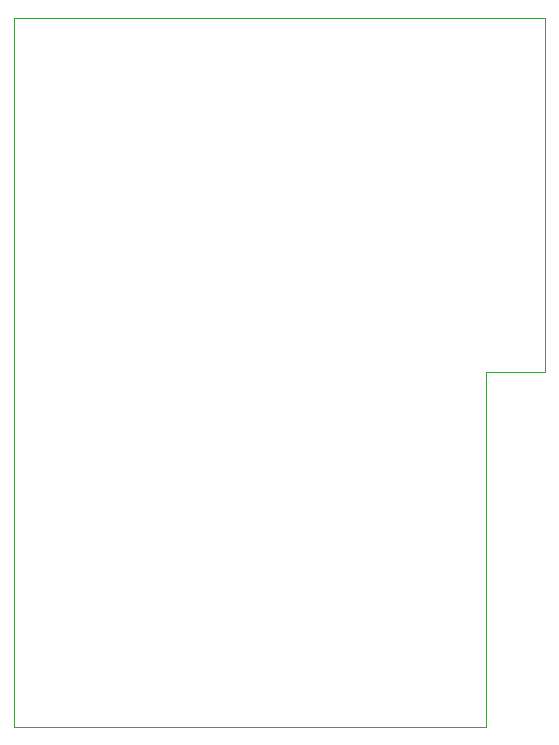
<source format=gbr>
G04 #@! TF.GenerationSoftware,KiCad,Pcbnew,(6.0.5)*
G04 #@! TF.CreationDate,2022-07-13T00:10:43+09:00*
G04 #@! TF.ProjectId,ORION_power_v1,4f52494f-4e5f-4706-9f77-65725f76312e,rev?*
G04 #@! TF.SameCoordinates,Original*
G04 #@! TF.FileFunction,Profile,NP*
%FSLAX46Y46*%
G04 Gerber Fmt 4.6, Leading zero omitted, Abs format (unit mm)*
G04 Created by KiCad (PCBNEW (6.0.5)) date 2022-07-13 00:10:43*
%MOMM*%
%LPD*%
G01*
G04 APERTURE LIST*
G04 #@! TA.AperFunction,Profile*
%ADD10C,0.100000*%
G04 #@! TD*
G04 APERTURE END LIST*
D10*
X90000000Y-35000000D02*
X90000000Y-65000000D01*
X85000000Y-95000000D02*
X85000000Y-65000000D01*
X45000000Y-35000000D02*
X90000000Y-35000000D01*
X45000000Y-95000000D02*
X45000000Y-35000000D01*
X45000000Y-95000000D02*
X85000000Y-95000000D01*
X90000000Y-65000000D02*
X85000000Y-65000000D01*
M02*

</source>
